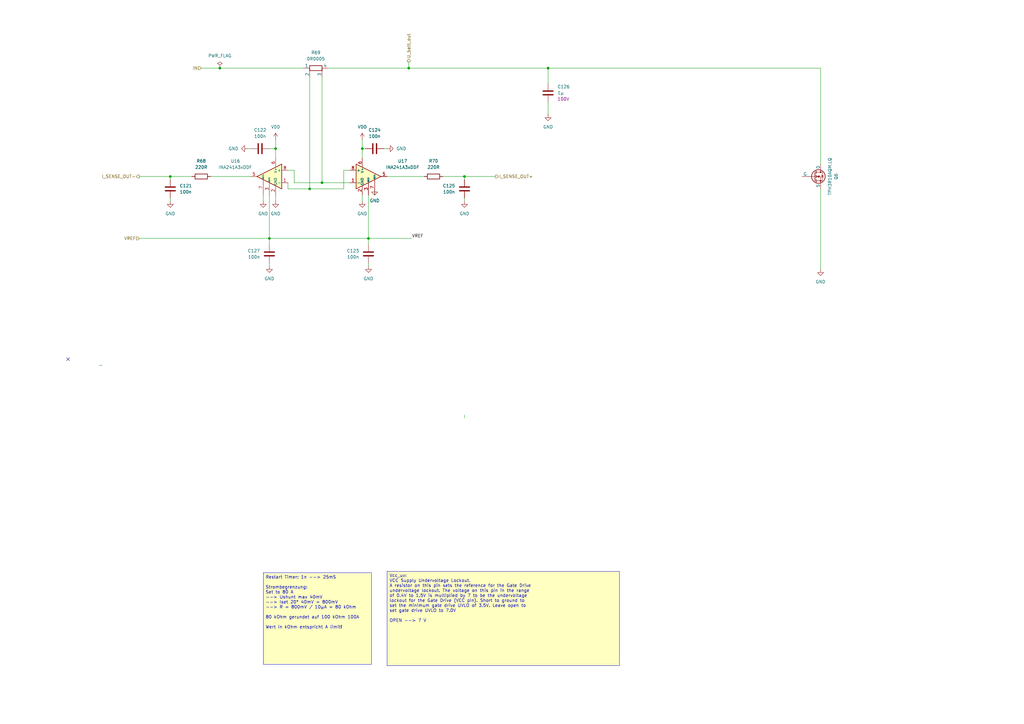
<source format=kicad_sch>
(kicad_sch
	(version 20231120)
	(generator "eeschema")
	(generator_version "8.0")
	(uuid "8e4312e8-5caa-4456-a6ff-d2fb5d357eec")
	(paper "A3")
	(lib_symbols
		(symbol "Amplifier_Current:INA241A2xDDF"
			(pin_names
				(offset 0.127)
			)
			(exclude_from_sim no)
			(in_bom yes)
			(on_board yes)
			(property "Reference" "U"
				(at 3.81 3.81 0)
				(effects
					(font
						(size 1.27 1.27)
					)
					(justify left)
				)
			)
			(property "Value" "INA241A2xDDF"
				(at 3.81 -2.54 0)
				(effects
					(font
						(size 1.27 1.27)
					)
					(justify left)
				)
			)
			(property "Footprint" "Package_TO_SOT_SMD:SOT-23-8"
				(at 0 -16.51 0)
				(effects
					(font
						(size 1.27 1.27)
					)
					(hide yes)
				)
			)
			(property "Datasheet" "https://www.ti.com/lit/ds/symlink/ina241b.pdf"
				(at 3.81 3.81 0)
				(effects
					(font
						(size 1.27 1.27)
					)
					(hide yes)
				)
			)
			(property "Description" "High- and Low-Side, Bidirectional, Zero-Drift, Current-Sense Amplifier With Enhanced PWM Rejection, 20V/V, ±0.01% Gain Accuracy, ±10 μV Offset Voltage, SOT-23-8"
				(at 0 0 0)
				(effects
					(font
						(size 1.27 1.27)
					)
					(hide yes)
				)
			)
			(property "ki_keywords" "current monitor shunt sensor bidirectional high low"
				(at 0 0 0)
				(effects
					(font
						(size 1.27 1.27)
					)
					(hide yes)
				)
			)
			(property "ki_fp_filters" "SOT?23*"
				(at 0 0 0)
				(effects
					(font
						(size 1.27 1.27)
					)
					(hide yes)
				)
			)
			(symbol "INA241A2xDDF_0_1"
				(polyline
					(pts
						(xy 5.08 0) (xy -5.08 5.08) (xy -5.08 -5.08) (xy 5.08 0)
					)
					(stroke
						(width 0.254)
						(type default)
					)
					(fill
						(type background)
					)
				)
			)
			(symbol "INA241A2xDDF_1_1"
				(pin input line
					(at -7.62 -2.54 0)
					(length 2.54)
					(name "-"
						(effects
							(font
								(size 1.27 1.27)
							)
						)
					)
					(number "1"
						(effects
							(font
								(size 1.27 1.27)
							)
						)
					)
				)
				(pin power_in line
					(at -2.54 -7.62 90)
					(length 3.81)
					(name "GND"
						(effects
							(font
								(size 1.016 1.016)
							)
						)
					)
					(number "2"
						(effects
							(font
								(size 1.27 1.27)
							)
						)
					)
				)
				(pin passive line
					(at 0 -7.62 90)
					(length 5.08)
					(name "REF2"
						(effects
							(font
								(size 0.508 0.508)
							)
						)
					)
					(number "3"
						(effects
							(font
								(size 1.27 1.27)
							)
						)
					)
				)
				(pin passive line
					(at -2.54 -7.62 90)
					(length 3.81) hide
					(name "GND"
						(effects
							(font
								(size 1.016 1.016)
							)
						)
					)
					(number "4"
						(effects
							(font
								(size 1.27 1.27)
							)
						)
					)
				)
				(pin output line
					(at 7.62 0 180)
					(length 2.54)
					(name "~"
						(effects
							(font
								(size 1.27 1.27)
							)
						)
					)
					(number "5"
						(effects
							(font
								(size 1.27 1.27)
							)
						)
					)
				)
				(pin power_in line
					(at -2.54 7.62 270)
					(length 3.81)
					(name "V+"
						(effects
							(font
								(size 1.016 1.016)
							)
						)
					)
					(number "6"
						(effects
							(font
								(size 1.27 1.27)
							)
						)
					)
				)
				(pin passive line
					(at 2.54 -7.62 90)
					(length 6.35)
					(name "REF1"
						(effects
							(font
								(size 0.508 0.508)
							)
						)
					)
					(number "7"
						(effects
							(font
								(size 1.27 1.27)
							)
						)
					)
				)
				(pin input line
					(at -7.62 2.54 0)
					(length 2.54)
					(name "+"
						(effects
							(font
								(size 1.27 1.27)
							)
						)
					)
					(number "8"
						(effects
							(font
								(size 1.27 1.27)
							)
						)
					)
				)
			)
		)
		(symbol "Device:C"
			(pin_numbers hide)
			(pin_names
				(offset 0.254)
			)
			(exclude_from_sim no)
			(in_bom yes)
			(on_board yes)
			(property "Reference" "C"
				(at 0.635 2.54 0)
				(effects
					(font
						(size 1.27 1.27)
					)
					(justify left)
				)
			)
			(property "Value" "C"
				(at 0.635 -2.54 0)
				(effects
					(font
						(size 1.27 1.27)
					)
					(justify left)
				)
			)
			(property "Footprint" ""
				(at 0.9652 -3.81 0)
				(effects
					(font
						(size 1.27 1.27)
					)
					(hide yes)
				)
			)
			(property "Datasheet" "~"
				(at 0 0 0)
				(effects
					(font
						(size 1.27 1.27)
					)
					(hide yes)
				)
			)
			(property "Description" "Unpolarized capacitor"
				(at 0 0 0)
				(effects
					(font
						(size 1.27 1.27)
					)
					(hide yes)
				)
			)
			(property "ki_keywords" "cap capacitor"
				(at 0 0 0)
				(effects
					(font
						(size 1.27 1.27)
					)
					(hide yes)
				)
			)
			(property "ki_fp_filters" "C_*"
				(at 0 0 0)
				(effects
					(font
						(size 1.27 1.27)
					)
					(hide yes)
				)
			)
			(symbol "C_0_1"
				(polyline
					(pts
						(xy -2.032 -0.762) (xy 2.032 -0.762)
					)
					(stroke
						(width 0.508)
						(type default)
					)
					(fill
						(type none)
					)
				)
				(polyline
					(pts
						(xy -2.032 0.762) (xy 2.032 0.762)
					)
					(stroke
						(width 0.508)
						(type default)
					)
					(fill
						(type none)
					)
				)
			)
			(symbol "C_1_1"
				(pin passive line
					(at 0 3.81 270)
					(length 2.794)
					(name "~"
						(effects
							(font
								(size 1.27 1.27)
							)
						)
					)
					(number "1"
						(effects
							(font
								(size 1.27 1.27)
							)
						)
					)
				)
				(pin passive line
					(at 0 -3.81 90)
					(length 2.794)
					(name "~"
						(effects
							(font
								(size 1.27 1.27)
							)
						)
					)
					(number "2"
						(effects
							(font
								(size 1.27 1.27)
							)
						)
					)
				)
			)
		)
		(symbol "Device:R"
			(pin_numbers hide)
			(pin_names
				(offset 0)
			)
			(exclude_from_sim no)
			(in_bom yes)
			(on_board yes)
			(property "Reference" "R"
				(at 2.032 0 90)
				(effects
					(font
						(size 1.27 1.27)
					)
				)
			)
			(property "Value" "R"
				(at 0 0 90)
				(effects
					(font
						(size 1.27 1.27)
					)
				)
			)
			(property "Footprint" ""
				(at -1.778 0 90)
				(effects
					(font
						(size 1.27 1.27)
					)
					(hide yes)
				)
			)
			(property "Datasheet" "~"
				(at 0 0 0)
				(effects
					(font
						(size 1.27 1.27)
					)
					(hide yes)
				)
			)
			(property "Description" "Resistor"
				(at 0 0 0)
				(effects
					(font
						(size 1.27 1.27)
					)
					(hide yes)
				)
			)
			(property "ki_keywords" "R res resistor"
				(at 0 0 0)
				(effects
					(font
						(size 1.27 1.27)
					)
					(hide yes)
				)
			)
			(property "ki_fp_filters" "R_*"
				(at 0 0 0)
				(effects
					(font
						(size 1.27 1.27)
					)
					(hide yes)
				)
			)
			(symbol "R_0_1"
				(rectangle
					(start -1.016 -2.54)
					(end 1.016 2.54)
					(stroke
						(width 0.254)
						(type default)
					)
					(fill
						(type none)
					)
				)
			)
			(symbol "R_1_1"
				(pin passive line
					(at 0 3.81 270)
					(length 1.27)
					(name "~"
						(effects
							(font
								(size 1.27 1.27)
							)
						)
					)
					(number "1"
						(effects
							(font
								(size 1.27 1.27)
							)
						)
					)
				)
				(pin passive line
					(at 0 -3.81 90)
					(length 1.27)
					(name "~"
						(effects
							(font
								(size 1.27 1.27)
							)
						)
					)
					(number "2"
						(effects
							(font
								(size 1.27 1.27)
							)
						)
					)
				)
			)
		)
		(symbol "Device:R_Shunt"
			(pin_numbers hide)
			(pin_names
				(offset 0)
			)
			(exclude_from_sim no)
			(in_bom yes)
			(on_board yes)
			(property "Reference" "R"
				(at -4.445 0 90)
				(effects
					(font
						(size 1.27 1.27)
					)
				)
			)
			(property "Value" "R_Shunt"
				(at -2.54 0 90)
				(effects
					(font
						(size 1.27 1.27)
					)
				)
			)
			(property "Footprint" ""
				(at -1.778 0 90)
				(effects
					(font
						(size 1.27 1.27)
					)
					(hide yes)
				)
			)
			(property "Datasheet" "~"
				(at 0 0 0)
				(effects
					(font
						(size 1.27 1.27)
					)
					(hide yes)
				)
			)
			(property "Description" "Shunt resistor"
				(at 0 0 0)
				(effects
					(font
						(size 1.27 1.27)
					)
					(hide yes)
				)
			)
			(property "ki_keywords" "R res shunt resistor"
				(at 0 0 0)
				(effects
					(font
						(size 1.27 1.27)
					)
					(hide yes)
				)
			)
			(property "ki_fp_filters" "R_*Shunt*"
				(at 0 0 0)
				(effects
					(font
						(size 1.27 1.27)
					)
					(hide yes)
				)
			)
			(symbol "R_Shunt_0_1"
				(rectangle
					(start -1.016 -2.54)
					(end 1.016 2.54)
					(stroke
						(width 0.254)
						(type default)
					)
					(fill
						(type none)
					)
				)
				(polyline
					(pts
						(xy 0 -2.54) (xy 1.27 -2.54)
					)
					(stroke
						(width 0)
						(type default)
					)
					(fill
						(type none)
					)
				)
				(polyline
					(pts
						(xy 1.27 2.54) (xy 0 2.54)
					)
					(stroke
						(width 0)
						(type default)
					)
					(fill
						(type none)
					)
				)
			)
			(symbol "R_Shunt_1_1"
				(pin passive line
					(at 0 5.08 270)
					(length 2.54)
					(name "1"
						(effects
							(font
								(size 1.27 1.27)
							)
						)
					)
					(number "1"
						(effects
							(font
								(size 1.27 1.27)
							)
						)
					)
				)
				(pin passive line
					(at 3.81 2.54 180)
					(length 2.54)
					(name "2"
						(effects
							(font
								(size 1.27 1.27)
							)
						)
					)
					(number "2"
						(effects
							(font
								(size 1.27 1.27)
							)
						)
					)
				)
				(pin passive line
					(at 3.81 -2.54 180)
					(length 2.54)
					(name "3"
						(effects
							(font
								(size 1.27 1.27)
							)
						)
					)
					(number "3"
						(effects
							(font
								(size 1.27 1.27)
							)
						)
					)
				)
				(pin passive line
					(at 0 -5.08 90)
					(length 2.54)
					(name "4"
						(effects
							(font
								(size 1.27 1.27)
							)
						)
					)
					(number "4"
						(effects
							(font
								(size 1.27 1.27)
							)
						)
					)
				)
			)
		)
		(symbol "Simulation_SPICE:NMOS"
			(pin_numbers hide)
			(pin_names
				(offset 0)
			)
			(exclude_from_sim no)
			(in_bom yes)
			(on_board yes)
			(property "Reference" "Q"
				(at 5.08 1.27 0)
				(effects
					(font
						(size 1.27 1.27)
					)
					(justify left)
				)
			)
			(property "Value" "NMOS"
				(at 5.08 -1.27 0)
				(effects
					(font
						(size 1.27 1.27)
					)
					(justify left)
				)
			)
			(property "Footprint" ""
				(at 5.08 2.54 0)
				(effects
					(font
						(size 1.27 1.27)
					)
					(hide yes)
				)
			)
			(property "Datasheet" "https://ngspice.sourceforge.io/docs/ngspice-html-manual/manual.xhtml#cha_MOSFETs"
				(at 0 -12.7 0)
				(effects
					(font
						(size 1.27 1.27)
					)
					(hide yes)
				)
			)
			(property "Description" "N-MOSFET transistor, drain/source/gate"
				(at 0 0 0)
				(effects
					(font
						(size 1.27 1.27)
					)
					(hide yes)
				)
			)
			(property "Sim.Device" "NMOS"
				(at 0 -17.145 0)
				(effects
					(font
						(size 1.27 1.27)
					)
					(hide yes)
				)
			)
			(property "Sim.Type" "VDMOS"
				(at 0 -19.05 0)
				(effects
					(font
						(size 1.27 1.27)
					)
					(hide yes)
				)
			)
			(property "Sim.Pins" "1=D 2=G 3=S"
				(at 0 -15.24 0)
				(effects
					(font
						(size 1.27 1.27)
					)
					(hide yes)
				)
			)
			(property "ki_keywords" "transistor NMOS N-MOS N-MOSFET simulation"
				(at 0 0 0)
				(effects
					(font
						(size 1.27 1.27)
					)
					(hide yes)
				)
			)
			(symbol "NMOS_0_1"
				(polyline
					(pts
						(xy 0.254 0) (xy -2.54 0)
					)
					(stroke
						(width 0)
						(type default)
					)
					(fill
						(type none)
					)
				)
				(polyline
					(pts
						(xy 0.254 1.905) (xy 0.254 -1.905)
					)
					(stroke
						(width 0.254)
						(type default)
					)
					(fill
						(type none)
					)
				)
				(polyline
					(pts
						(xy 0.762 -1.27) (xy 0.762 -2.286)
					)
					(stroke
						(width 0.254)
						(type default)
					)
					(fill
						(type none)
					)
				)
				(polyline
					(pts
						(xy 0.762 0.508) (xy 0.762 -0.508)
					)
					(stroke
						(width 0.254)
						(type default)
					)
					(fill
						(type none)
					)
				)
				(polyline
					(pts
						(xy 0.762 2.286) (xy 0.762 1.27)
					)
					(stroke
						(width 0.254)
						(type default)
					)
					(fill
						(type none)
					)
				)
				(polyline
					(pts
						(xy 2.54 2.54) (xy 2.54 1.778)
					)
					(stroke
						(width 0)
						(type default)
					)
					(fill
						(type none)
					)
				)
				(polyline
					(pts
						(xy 2.54 -2.54) (xy 2.54 0) (xy 0.762 0)
					)
					(stroke
						(width 0)
						(type default)
					)
					(fill
						(type none)
					)
				)
				(polyline
					(pts
						(xy 0.762 -1.778) (xy 3.302 -1.778) (xy 3.302 1.778) (xy 0.762 1.778)
					)
					(stroke
						(width 0)
						(type default)
					)
					(fill
						(type none)
					)
				)
				(polyline
					(pts
						(xy 1.016 0) (xy 2.032 0.381) (xy 2.032 -0.381) (xy 1.016 0)
					)
					(stroke
						(width 0)
						(type default)
					)
					(fill
						(type outline)
					)
				)
				(polyline
					(pts
						(xy 2.794 0.508) (xy 2.921 0.381) (xy 3.683 0.381) (xy 3.81 0.254)
					)
					(stroke
						(width 0)
						(type default)
					)
					(fill
						(type none)
					)
				)
				(polyline
					(pts
						(xy 3.302 0.381) (xy 2.921 -0.254) (xy 3.683 -0.254) (xy 3.302 0.381)
					)
					(stroke
						(width 0)
						(type default)
					)
					(fill
						(type none)
					)
				)
				(circle
					(center 1.651 0)
					(radius 2.794)
					(stroke
						(width 0.254)
						(type default)
					)
					(fill
						(type none)
					)
				)
				(circle
					(center 2.54 -1.778)
					(radius 0.254)
					(stroke
						(width 0)
						(type default)
					)
					(fill
						(type outline)
					)
				)
				(circle
					(center 2.54 1.778)
					(radius 0.254)
					(stroke
						(width 0)
						(type default)
					)
					(fill
						(type outline)
					)
				)
			)
			(symbol "NMOS_1_1"
				(pin passive line
					(at 2.54 5.08 270)
					(length 2.54)
					(name "D"
						(effects
							(font
								(size 1.27 1.27)
							)
						)
					)
					(number "1"
						(effects
							(font
								(size 1.27 1.27)
							)
						)
					)
				)
				(pin input line
					(at -5.08 0 0)
					(length 2.54)
					(name "G"
						(effects
							(font
								(size 1.27 1.27)
							)
						)
					)
					(number "2"
						(effects
							(font
								(size 1.27 1.27)
							)
						)
					)
				)
				(pin passive line
					(at 2.54 -5.08 90)
					(length 2.54)
					(name "S"
						(effects
							(font
								(size 1.27 1.27)
							)
						)
					)
					(number "3"
						(effects
							(font
								(size 1.27 1.27)
							)
						)
					)
				)
			)
		)
		(symbol "power:GND"
			(power)
			(pin_numbers hide)
			(pin_names
				(offset 0) hide)
			(exclude_from_sim no)
			(in_bom yes)
			(on_board yes)
			(property "Reference" "#PWR"
				(at 0 -6.35 0)
				(effects
					(font
						(size 1.27 1.27)
					)
					(hide yes)
				)
			)
			(property "Value" "GND"
				(at 0 -3.81 0)
				(effects
					(font
						(size 1.27 1.27)
					)
				)
			)
			(property "Footprint" ""
				(at 0 0 0)
				(effects
					(font
						(size 1.27 1.27)
					)
					(hide yes)
				)
			)
			(property "Datasheet" ""
				(at 0 0 0)
				(effects
					(font
						(size 1.27 1.27)
					)
					(hide yes)
				)
			)
			(property "Description" "Power symbol creates a global label with name \"GND\" , ground"
				(at 0 0 0)
				(effects
					(font
						(size 1.27 1.27)
					)
					(hide yes)
				)
			)
			(property "ki_keywords" "global power"
				(at 0 0 0)
				(effects
					(font
						(size 1.27 1.27)
					)
					(hide yes)
				)
			)
			(symbol "GND_0_1"
				(polyline
					(pts
						(xy 0 0) (xy 0 -1.27) (xy 1.27 -1.27) (xy 0 -2.54) (xy -1.27 -1.27) (xy 0 -1.27)
					)
					(stroke
						(width 0)
						(type default)
					)
					(fill
						(type none)
					)
				)
			)
			(symbol "GND_1_1"
				(pin power_in line
					(at 0 0 270)
					(length 0)
					(name "~"
						(effects
							(font
								(size 1.27 1.27)
							)
						)
					)
					(number "1"
						(effects
							(font
								(size 1.27 1.27)
							)
						)
					)
				)
			)
		)
		(symbol "power:PWR_FLAG"
			(power)
			(pin_numbers hide)
			(pin_names
				(offset 0) hide)
			(exclude_from_sim no)
			(in_bom yes)
			(on_board yes)
			(property "Reference" "#FLG"
				(at 0 1.905 0)
				(effects
					(font
						(size 1.27 1.27)
					)
					(hide yes)
				)
			)
			(property "Value" "PWR_FLAG"
				(at 0 3.81 0)
				(effects
					(font
						(size 1.27 1.27)
					)
				)
			)
			(property "Footprint" ""
				(at 0 0 0)
				(effects
					(font
						(size 1.27 1.27)
					)
					(hide yes)
				)
			)
			(property "Datasheet" "~"
				(at 0 0 0)
				(effects
					(font
						(size 1.27 1.27)
					)
					(hide yes)
				)
			)
			(property "Description" "Special symbol for telling ERC where power comes from"
				(at 0 0 0)
				(effects
					(font
						(size 1.27 1.27)
					)
					(hide yes)
				)
			)
			(property "ki_keywords" "flag power"
				(at 0 0 0)
				(effects
					(font
						(size 1.27 1.27)
					)
					(hide yes)
				)
			)
			(symbol "PWR_FLAG_0_0"
				(pin power_out line
					(at 0 0 90)
					(length 0)
					(name "~"
						(effects
							(font
								(size 1.27 1.27)
							)
						)
					)
					(number "1"
						(effects
							(font
								(size 1.27 1.27)
							)
						)
					)
				)
			)
			(symbol "PWR_FLAG_0_1"
				(polyline
					(pts
						(xy 0 0) (xy 0 1.27) (xy -1.016 1.905) (xy 0 2.54) (xy 1.016 1.905) (xy 0 1.27)
					)
					(stroke
						(width 0)
						(type default)
					)
					(fill
						(type none)
					)
				)
			)
		)
		(symbol "power:VDD"
			(power)
			(pin_numbers hide)
			(pin_names
				(offset 0) hide)
			(exclude_from_sim no)
			(in_bom yes)
			(on_board yes)
			(property "Reference" "#PWR"
				(at 0 -3.81 0)
				(effects
					(font
						(size 1.27 1.27)
					)
					(hide yes)
				)
			)
			(property "Value" "VDD"
				(at 0 3.556 0)
				(effects
					(font
						(size 1.27 1.27)
					)
				)
			)
			(property "Footprint" ""
				(at 0 0 0)
				(effects
					(font
						(size 1.27 1.27)
					)
					(hide yes)
				)
			)
			(property "Datasheet" ""
				(at 0 0 0)
				(effects
					(font
						(size 1.27 1.27)
					)
					(hide yes)
				)
			)
			(property "Description" "Power symbol creates a global label with name \"VDD\""
				(at 0 0 0)
				(effects
					(font
						(size 1.27 1.27)
					)
					(hide yes)
				)
			)
			(property "ki_keywords" "global power"
				(at 0 0 0)
				(effects
					(font
						(size 1.27 1.27)
					)
					(hide yes)
				)
			)
			(symbol "VDD_0_1"
				(polyline
					(pts
						(xy -0.762 1.27) (xy 0 2.54)
					)
					(stroke
						(width 0)
						(type default)
					)
					(fill
						(type none)
					)
				)
				(polyline
					(pts
						(xy 0 0) (xy 0 2.54)
					)
					(stroke
						(width 0)
						(type default)
					)
					(fill
						(type none)
					)
				)
				(polyline
					(pts
						(xy 0 2.54) (xy 0.762 1.27)
					)
					(stroke
						(width 0)
						(type default)
					)
					(fill
						(type none)
					)
				)
			)
			(symbol "VDD_1_1"
				(pin power_in line
					(at 0 0 90)
					(length 0)
					(name "~"
						(effects
							(font
								(size 1.27 1.27)
							)
						)
					)
					(number "1"
						(effects
							(font
								(size 1.27 1.27)
							)
						)
					)
				)
			)
		)
	)
	(junction
		(at 69.85 72.39)
		(diameter 0)
		(color 0 0 0 0)
		(uuid "105edc27-7cec-48eb-931d-a3ee94592234")
	)
	(junction
		(at 127 77.47)
		(diameter 0)
		(color 0 0 0 0)
		(uuid "30706f21-9d35-4058-b9f5-bc97ee6071a2")
	)
	(junction
		(at 224.79 27.94)
		(diameter 0)
		(color 0 0 0 0)
		(uuid "4d52aabf-d0c0-4aa2-9dad-4d03a29b7d6b")
	)
	(junction
		(at 113.03 60.96)
		(diameter 0)
		(color 0 0 0 0)
		(uuid "632f1ceb-0a53-45f7-b651-d73e36c5cc0f")
	)
	(junction
		(at 148.59 60.96)
		(diameter 0)
		(color 0 0 0 0)
		(uuid "6e41cf94-b1c2-4078-ad2a-9d35ba2f2835")
	)
	(junction
		(at 167.64 27.94)
		(diameter 0)
		(color 0 0 0 0)
		(uuid "71c2fe84-f9a3-4a10-af24-7506970d5844")
	)
	(junction
		(at 132.08 74.93)
		(diameter 0)
		(color 0 0 0 0)
		(uuid "7783f23c-6ea2-4d97-976d-70fc26a69994")
	)
	(junction
		(at 190.5 72.39)
		(diameter 0)
		(color 0 0 0 0)
		(uuid "8c830fe0-333b-4b22-add1-4fc26b8ff062")
	)
	(junction
		(at 151.13 97.79)
		(diameter 0)
		(color 0 0 0 0)
		(uuid "95594dde-97c3-4913-8005-48cc0a98de36")
	)
	(junction
		(at 90.17 27.94)
		(diameter 0)
		(color 0 0 0 0)
		(uuid "a0539d44-d99b-43e6-98d1-22991e7aeedd")
	)
	(junction
		(at 110.49 97.79)
		(diameter 0)
		(color 0 0 0 0)
		(uuid "b1b36431-b857-48d3-8965-dc47c63c348e")
	)
	(no_connect
		(at 27.94 147.32)
		(uuid "243416cf-14ca-4ece-9664-feb4b4944067")
	)
	(wire
		(pts
			(xy 151.13 107.95) (xy 151.13 109.22)
		)
		(stroke
			(width 0)
			(type default)
		)
		(uuid "05156bf2-fcf0-4515-bdca-e24053eecc3b")
	)
	(wire
		(pts
			(xy 69.85 72.39) (xy 57.15 72.39)
		)
		(stroke
			(width 0)
			(type default)
		)
		(uuid "064683ec-4dd7-4ad9-be6e-32c6508aa2dc")
	)
	(wire
		(pts
			(xy 102.87 60.96) (xy 101.6 60.96)
		)
		(stroke
			(width 0)
			(type default)
		)
		(uuid "0874de4e-af57-4102-aff2-f58913acc0e3")
	)
	(wire
		(pts
			(xy 86.36 72.39) (xy 102.87 72.39)
		)
		(stroke
			(width 0)
			(type default)
		)
		(uuid "088d37a2-24a8-4527-843d-60e01f7c1e7f")
	)
	(wire
		(pts
			(xy 110.49 97.79) (xy 151.13 97.79)
		)
		(stroke
			(width 0)
			(type default)
		)
		(uuid "0c1449ec-e5b0-4012-8754-967205ad493e")
	)
	(wire
		(pts
			(xy 336.55 77.47) (xy 336.55 110.49)
		)
		(stroke
			(width 0)
			(type default)
		)
		(uuid "103ace02-6d7e-45f5-8345-98ab92b5e4e6")
	)
	(wire
		(pts
			(xy 148.59 57.15) (xy 148.59 60.96)
		)
		(stroke
			(width 0)
			(type default)
		)
		(uuid "11e3e030-1394-4541-9e21-1eab51665629")
	)
	(wire
		(pts
			(xy 153.67 80.01) (xy 153.67 77.47)
		)
		(stroke
			(width 0)
			(type default)
		)
		(uuid "1bf2f099-ad60-4c2a-b813-02f058c6006f")
	)
	(wire
		(pts
			(xy 113.03 60.96) (xy 113.03 64.77)
		)
		(stroke
			(width 0)
			(type default)
		)
		(uuid "1cb5e149-a50d-401d-844d-33b8f36ee865")
	)
	(wire
		(pts
			(xy 167.64 25.4) (xy 167.64 27.94)
		)
		(stroke
			(width 0)
			(type default)
		)
		(uuid "1d06120b-cf6d-4a5a-b1cb-0b30e14d3b02")
	)
	(wire
		(pts
			(xy 151.13 97.79) (xy 168.91 97.79)
		)
		(stroke
			(width 0)
			(type default)
		)
		(uuid "20c6e22f-5949-45ba-a0a7-3cfddb7ea827")
	)
	(wire
		(pts
			(xy 132.08 31.75) (xy 132.08 74.93)
		)
		(stroke
			(width 0)
			(type default)
		)
		(uuid "2101ebe6-a9d7-48e0-9d72-efa49867b619")
	)
	(wire
		(pts
			(xy 90.17 27.94) (xy 124.46 27.94)
		)
		(stroke
			(width 0)
			(type default)
		)
		(uuid "23267c08-8f9b-4fae-b268-de15a508d0a3")
	)
	(wire
		(pts
			(xy 143.51 74.93) (xy 132.08 74.93)
		)
		(stroke
			(width 0)
			(type default)
		)
		(uuid "26508e13-a504-4471-b611-e527e42f9324")
	)
	(wire
		(pts
			(xy 148.59 80.01) (xy 148.59 82.55)
		)
		(stroke
			(width 0)
			(type default)
		)
		(uuid "2885e6eb-8d74-4c5c-b281-e218e28f388e")
	)
	(wire
		(pts
			(xy 190.5 72.39) (xy 190.5 73.66)
		)
		(stroke
			(width 0)
			(type default)
		)
		(uuid "2c7ee18f-de76-46ea-ac60-78168df5fdbb")
	)
	(wire
		(pts
			(xy 118.11 74.93) (xy 118.11 77.47)
		)
		(stroke
			(width 0)
			(type default)
		)
		(uuid "2f74c68f-e935-486c-bf77-13ee9b186e22")
	)
	(wire
		(pts
			(xy 190.5 72.39) (xy 203.2 72.39)
		)
		(stroke
			(width 0)
			(type default)
		)
		(uuid "3068ebdd-e9fe-4be7-bf55-facd00374414")
	)
	(wire
		(pts
			(xy 148.59 60.96) (xy 148.59 64.77)
		)
		(stroke
			(width 0)
			(type default)
		)
		(uuid "38af7768-67c2-441f-b44d-c638a4ac59fb")
	)
	(wire
		(pts
			(xy 134.62 27.94) (xy 167.64 27.94)
		)
		(stroke
			(width 0)
			(type default)
		)
		(uuid "39d96ab3-b0cb-4736-8b4d-69db7bb52826")
	)
	(wire
		(pts
			(xy 57.15 97.79) (xy 110.49 97.79)
		)
		(stroke
			(width 0)
			(type default)
		)
		(uuid "3ac7eef0-3f69-448e-9df5-a048c1ab11fa")
	)
	(wire
		(pts
			(xy 224.79 27.94) (xy 224.79 34.29)
		)
		(stroke
			(width 0)
			(type default)
		)
		(uuid "445a7589-b2f6-4648-8f4f-5fdfc29dd23e")
	)
	(wire
		(pts
			(xy 107.95 80.01) (xy 107.95 82.55)
		)
		(stroke
			(width 0)
			(type default)
		)
		(uuid "49e5edb6-ab4b-46d0-83f1-7f2ffc54bdcb")
	)
	(wire
		(pts
			(xy 82.55 27.94) (xy 90.17 27.94)
		)
		(stroke
			(width 0)
			(type default)
		)
		(uuid "4b4098ba-4e95-4e83-b41b-8600bcf1bfcf")
	)
	(wire
		(pts
			(xy 140.97 69.85) (xy 140.97 77.47)
		)
		(stroke
			(width 0)
			(type default)
		)
		(uuid "55d3ddf3-09e2-42c6-9fab-1316144a0abd")
	)
	(wire
		(pts
			(xy 113.03 60.96) (xy 110.49 60.96)
		)
		(stroke
			(width 0)
			(type default)
		)
		(uuid "56fb0cd3-5548-4a52-9846-52ee93682123")
	)
	(wire
		(pts
			(xy 190.5 170.18) (xy 190.5 171.45)
		)
		(stroke
			(width 0)
			(type default)
		)
		(uuid "5a1e6ada-3c1c-4880-9cab-add131f67608")
	)
	(wire
		(pts
			(xy 118.11 77.47) (xy 127 77.47)
		)
		(stroke
			(width 0)
			(type default)
		)
		(uuid "6232fb7e-2966-4005-9c44-0f3967e1fed3")
	)
	(wire
		(pts
			(xy 120.65 74.93) (xy 132.08 74.93)
		)
		(stroke
			(width 0)
			(type default)
		)
		(uuid "68851b72-506a-4f7f-903b-12f171f96b0d")
	)
	(wire
		(pts
			(xy 120.65 69.85) (xy 118.11 69.85)
		)
		(stroke
			(width 0)
			(type default)
		)
		(uuid "6f659b57-952d-4d20-b83f-216b822176c2")
	)
	(wire
		(pts
			(xy 151.13 80.01) (xy 151.13 97.79)
		)
		(stroke
			(width 0)
			(type default)
		)
		(uuid "70ed1fe1-a432-4a27-990a-08f615876a51")
	)
	(wire
		(pts
			(xy 40.64 149.86) (xy 41.91 149.86)
		)
		(stroke
			(width 0)
			(type default)
		)
		(uuid "73f5a761-f69c-4caa-9fc0-1d6437aa968d")
	)
	(wire
		(pts
			(xy 151.13 97.79) (xy 151.13 100.33)
		)
		(stroke
			(width 0)
			(type default)
		)
		(uuid "740ac426-18ce-467f-97e8-322de12fd57a")
	)
	(wire
		(pts
			(xy 167.64 27.94) (xy 224.79 27.94)
		)
		(stroke
			(width 0)
			(type default)
		)
		(uuid "74ffa3f4-87f1-4444-9aa3-f15a332b6016")
	)
	(wire
		(pts
			(xy 158.75 60.96) (xy 157.48 60.96)
		)
		(stroke
			(width 0)
			(type default)
		)
		(uuid "8204d0e2-d6a6-432e-93d4-6cb4865e22b7")
	)
	(wire
		(pts
			(xy 120.65 69.85) (xy 120.65 74.93)
		)
		(stroke
			(width 0)
			(type default)
		)
		(uuid "8b12e282-607e-427c-9506-c732ea222f32")
	)
	(wire
		(pts
			(xy 110.49 80.01) (xy 110.49 97.79)
		)
		(stroke
			(width 0)
			(type default)
		)
		(uuid "8cadb326-2ff4-43df-8c9f-cd315cf57fc7")
	)
	(wire
		(pts
			(xy 190.5 81.28) (xy 190.5 82.55)
		)
		(stroke
			(width 0)
			(type default)
		)
		(uuid "937998ec-3394-4661-b7c0-3139085c498b")
	)
	(wire
		(pts
			(xy 127 77.47) (xy 140.97 77.47)
		)
		(stroke
			(width 0)
			(type default)
		)
		(uuid "9384fbe0-809d-4d0a-a970-485a3186599e")
	)
	(wire
		(pts
			(xy 110.49 107.95) (xy 110.49 109.22)
		)
		(stroke
			(width 0)
			(type default)
		)
		(uuid "9a484875-79f4-4e2f-946e-a2f0bad688cb")
	)
	(wire
		(pts
			(xy 224.79 41.91) (xy 224.79 46.99)
		)
		(stroke
			(width 0)
			(type default)
		)
		(uuid "9be182f8-ec11-437b-aefd-b2373b9ed5ab")
	)
	(wire
		(pts
			(xy 224.79 27.94) (xy 336.55 27.94)
		)
		(stroke
			(width 0)
			(type default)
		)
		(uuid "a3f67a07-2e10-47d4-a068-0aeb8e59f7bf")
	)
	(wire
		(pts
			(xy 110.49 97.79) (xy 110.49 100.33)
		)
		(stroke
			(width 0)
			(type default)
		)
		(uuid "afb3776c-6394-46bf-81fe-dd609c5f968f")
	)
	(wire
		(pts
			(xy 113.03 80.01) (xy 113.03 82.55)
		)
		(stroke
			(width 0)
			(type default)
		)
		(uuid "b43cfe9f-0a6a-4d12-8148-2c496c134760")
	)
	(wire
		(pts
			(xy 113.03 57.15) (xy 113.03 60.96)
		)
		(stroke
			(width 0)
			(type default)
		)
		(uuid "b4a77a98-0119-44ec-a29d-a286a82af271")
	)
	(wire
		(pts
			(xy 336.55 27.94) (xy 336.55 67.31)
		)
		(stroke
			(width 0)
			(type default)
		)
		(uuid "baf4daaa-0f89-4b93-8d76-fc90fd5d1eff")
	)
	(wire
		(pts
			(xy 181.61 72.39) (xy 190.5 72.39)
		)
		(stroke
			(width 0)
			(type default)
		)
		(uuid "bf0f4425-5429-4855-bdff-01ef04247379")
	)
	(wire
		(pts
			(xy 149.86 60.96) (xy 148.59 60.96)
		)
		(stroke
			(width 0)
			(type default)
		)
		(uuid "c8457100-c5a7-4cee-9b6a-a76b10fea226")
	)
	(wire
		(pts
			(xy 158.75 72.39) (xy 173.99 72.39)
		)
		(stroke
			(width 0)
			(type default)
		)
		(uuid "ddbbcd76-8254-45a8-83bb-6caca0345663")
	)
	(wire
		(pts
			(xy 78.74 72.39) (xy 69.85 72.39)
		)
		(stroke
			(width 0)
			(type default)
		)
		(uuid "e1afe4a9-4a37-4d47-9d69-584970a10191")
	)
	(wire
		(pts
			(xy 143.51 69.85) (xy 140.97 69.85)
		)
		(stroke
			(width 0)
			(type default)
		)
		(uuid "ead82e53-3add-4256-8045-0eb094fd0985")
	)
	(wire
		(pts
			(xy 69.85 81.28) (xy 69.85 82.55)
		)
		(stroke
			(width 0)
			(type default)
		)
		(uuid "f2c69953-b19a-4226-8ad7-b794479ce87c")
	)
	(wire
		(pts
			(xy 69.85 72.39) (xy 69.85 73.66)
		)
		(stroke
			(width 0)
			(type default)
		)
		(uuid "f5a36d8c-82dd-455a-afad-8d59163fa6fe")
	)
	(wire
		(pts
			(xy 127 31.75) (xy 127 77.47)
		)
		(stroke
			(width 0)
			(type default)
		)
		(uuid "feee7bc1-59f0-4215-a5fd-c6925f78b550")
	)
	(text_box "Restart Timer: 1n --> 25mS\n\nStrombegrenzung:\nSet to 80 A\n--> Ushunt max 40mV\n--> Iset 20* 40mV = 800mV\n--> R = 800mV / 10µA = 80 kOhm\n\n80 kOhm gerundet auf 100 kOhm 100A\n\nWert in kOhm entspricht A limit!"
		(exclude_from_sim no)
		(at 107.95 234.95 0)
		(size 44.45 37.465)
		(stroke
			(width 0)
			(type default)
		)
		(fill
			(type color)
			(color 255 255 194 1)
		)
		(effects
			(font
				(size 1.27 1.27)
			)
			(justify left top)
		)
		(uuid "1500f7d1-cf39-4e6d-8a16-1777e38d0afd")
	)
	(text_box "Vcc_uv:\nVCC Supply Undervoltage Lockout.\nA resistor on this pin sets the reference for the Gate Drive\nundervoltage lockout. The voltage on this pin in the range\nof 0.4V to 1.5V is multiplied by 7 to be the undervoltage\nlockout for the Gate Drive (VCC pin). Short to ground to\nset the minimum gate drive UVLO of 3.5V. Leave open to\nset gate drive UVLO to 7.0V\n\nOPEN --> 7 V"
		(exclude_from_sim no)
		(at 158.75 234.315 0)
		(size 95.25 38.735)
		(stroke
			(width 0)
			(type default)
		)
		(fill
			(type color)
			(color 255 255 194 1)
		)
		(effects
			(font
				(size 1.27 1.27)
			)
			(justify left top)
		)
		(uuid "eb0c576c-93ad-4cb7-94fb-ddedd7edd34a")
	)
	(label "VREF"
		(at 168.91 97.79 0)
		(fields_autoplaced yes)
		(effects
			(font
				(size 1.27 1.27)
			)
			(justify left bottom)
		)
		(uuid "f716ef48-8a1e-41ba-b390-5e65ef7c9f87")
	)
	(hierarchical_label "VREF"
		(shape input)
		(at 57.15 97.79 180)
		(fields_autoplaced yes)
		(effects
			(font
				(size 1.27 1.27)
			)
			(justify right)
		)
		(uuid "1ce4e809-9eea-46cf-8c9b-38cc692148fe")
	)
	(hierarchical_label "I_SENSE_OUT-"
		(shape output)
		(at 57.15 72.39 180)
		(fields_autoplaced yes)
		(effects
			(font
				(size 1.27 1.27)
			)
			(justify right)
		)
		(uuid "330c50a0-e996-4ba0-960b-ed2c3222fb5c")
	)
	(hierarchical_label "I_SENSE_OUT+"
		(shape output)
		(at 203.2 72.39 0)
		(fields_autoplaced yes)
		(effects
			(font
				(size 1.27 1.27)
			)
			(justify left)
		)
		(uuid "93076b80-6682-4e3f-b776-29d05825eddd")
	)
	(hierarchical_label "IN"
		(shape input)
		(at 82.55 27.94 180)
		(fields_autoplaced yes)
		(effects
			(font
				(size 1.27 1.27)
			)
			(justify right)
		)
		(uuid "e5aaa715-e60b-43f5-a6af-25b9427c27df")
	)
	(hierarchical_label "U_batt_out"
		(shape output)
		(at 167.64 25.4 90)
		(fields_autoplaced yes)
		(effects
			(font
				(size 1.27 1.27)
			)
			(justify left)
		)
		(uuid "f25983a0-41b1-4ba9-bcdf-1748237196bb")
	)
	(symbol
		(lib_id "Simulation_SPICE:NMOS")
		(at 334.01 72.39 0)
		(unit 1)
		(exclude_from_sim no)
		(in_bom yes)
		(on_board yes)
		(dnp no)
		(fields_autoplaced yes)
		(uuid "08b2ab53-b600-41ea-b15f-748100f58f75")
		(property "Reference" "Q6"
			(at 342.9 72.39 90)
			(effects
				(font
					(size 1.27 1.27)
				)
			)
		)
		(property "Value" "TPH3R10AQM,LQ"
			(at 340.36 72.39 90)
			(effects
				(font
					(size 1.27 1.27)
				)
			)
		)
		(property "Footprint" "myMOSFET:SOP-8-1EP_4.57x4.57mm_P1.27mm_EP4.57x4.45mm_ThermalVias_mosfet"
			(at 339.09 69.85 0)
			(effects
				(font
					(size 1.27 1.27)
				)
				(hide yes)
			)
		)
		(property "Datasheet" "https://ngspice.sourceforge.io/docs/ngspice-html-manual/manual.xhtml#cha_MOSFETs"
			(at 334.01 85.09 0)
			(effects
				(font
					(size 1.27 1.27)
				)
				(hide yes)
			)
		)
		(property "Description" "TPH3R10AQM,LQ MOSFET N-CH 100V 3.1mohm SOP-Advance SMD"
			(at 334.01 72.39 0)
			(effects
				(font
					(size 1.27 1.27)
				)
				(hide yes)
			)
		)
		(property "Toleranz" ""
			(at 334.01 72.39 0)
			(effects
				(font
					(size 1.27 1.27)
				)
			)
		)
		(property "Voltage" ""
			(at 334.01 72.39 0)
			(effects
				(font
					(size 1.27 1.27)
				)
			)
		)
		(property "ECS Art#" "T170"
			(at 334.01 72.39 0)
			(effects
				(font
					(size 1.27 1.27)
				)
				(hide yes)
			)
		)
		(property "HAN" "TPH3R10AQM,LQ"
			(at 334.01 72.39 0)
			(effects
				(font
					(size 1.27 1.27)
				)
				(hide yes)
			)
		)
		(pin "1"
			(uuid "0ec2825f-1113-41b8-8ef7-2999070e047a")
		)
		(pin "3"
			(uuid "4c1944aa-5113-4b8b-a509-04e428be3436")
		)
		(pin "2"
			(uuid "f2fc7c58-49be-42d2-bea8-c8fb31c1b8b6")
		)
		(instances
			(project "power_board"
				(path "/2162bbef-6768-44bd-9de5-92e503eebcbe/4b6c7266-c0cb-483f-a141-05a0f62806ff"
					(reference "Q6")
					(unit 1)
				)
			)
		)
	)
	(symbol
		(lib_id "Device:R")
		(at 177.8 72.39 90)
		(mirror x)
		(unit 1)
		(exclude_from_sim no)
		(in_bom yes)
		(on_board yes)
		(dnp no)
		(fields_autoplaced yes)
		(uuid "0c454d35-17fa-4307-8eb4-ab88c4540e51")
		(property "Reference" "R70"
			(at 177.8 66.04 90)
			(effects
				(font
					(size 1.27 1.27)
				)
			)
		)
		(property "Value" "220R"
			(at 177.8 68.58 90)
			(effects
				(font
					(size 1.27 1.27)
				)
			)
		)
		(property "Footprint" "Resistor_SMD:R_0603_1608Metric"
			(at 177.8 70.612 90)
			(effects
				(font
					(size 1.27 1.27)
				)
				(hide yes)
			)
		)
		(property "Datasheet" "~"
			(at 177.8 72.39 0)
			(effects
				(font
					(size 1.27 1.27)
				)
				(hide yes)
			)
		)
		(property "Description" "220R0 0,1W 1% 0603 SMD"
			(at 177.8 72.39 0)
			(effects
				(font
					(size 1.27 1.27)
				)
				(hide yes)
			)
		)
		(property "Toleranz" ""
			(at 180.3399 74.93 0)
			(effects
				(font
					(size 1.27 1.27)
				)
				(justify left)
			)
		)
		(property "ECS Art#" "R181"
			(at 177.8 72.39 0)
			(effects
				(font
					(size 1.27 1.27)
				)
				(hide yes)
			)
		)
		(property "Voltage" ""
			(at 177.8 72.39 0)
			(effects
				(font
					(size 1.27 1.27)
				)
			)
		)
		(property "HAN" "RC0603FR-07220RL"
			(at 177.8 72.39 0)
			(effects
				(font
					(size 1.27 1.27)
				)
				(hide yes)
			)
		)
		(pin "1"
			(uuid "deb93879-5f94-4f14-a637-017f86128ec8")
		)
		(pin "2"
			(uuid "d9d6279e-58c5-42fe-ab5c-9242094817c5")
		)
		(instances
			(project "power_board"
				(path "/2162bbef-6768-44bd-9de5-92e503eebcbe/4b6c7266-c0cb-483f-a141-05a0f62806ff"
					(reference "R70")
					(unit 1)
				)
			)
		)
	)
	(symbol
		(lib_id "power:GND")
		(at 113.03 82.55 0)
		(mirror y)
		(unit 1)
		(exclude_from_sim no)
		(in_bom yes)
		(on_board yes)
		(dnp no)
		(fields_autoplaced yes)
		(uuid "118d71ed-a028-41a2-aa3e-10857a75dd97")
		(property "Reference" "#PWR0183"
			(at 113.03 88.9 0)
			(effects
				(font
					(size 1.27 1.27)
				)
				(hide yes)
			)
		)
		(property "Value" "GND"
			(at 113.03 87.63 0)
			(effects
				(font
					(size 1.27 1.27)
				)
			)
		)
		(property "Footprint" ""
			(at 113.03 82.55 0)
			(effects
				(font
					(size 1.27 1.27)
				)
				(hide yes)
			)
		)
		(property "Datasheet" ""
			(at 113.03 82.55 0)
			(effects
				(font
					(size 1.27 1.27)
				)
				(hide yes)
			)
		)
		(property "Description" "Power symbol creates a global label with name \"GND\" , ground"
			(at 113.03 82.55 0)
			(effects
				(font
					(size 1.27 1.27)
				)
				(hide yes)
			)
		)
		(pin "1"
			(uuid "f3eea32a-badc-4afc-82cf-9b1961c1ba49")
		)
		(instances
			(project "power_board"
				(path "/2162bbef-6768-44bd-9de5-92e503eebcbe/4b6c7266-c0cb-483f-a141-05a0f62806ff"
					(reference "#PWR0183")
					(unit 1)
				)
			)
		)
	)
	(symbol
		(lib_id "power:GND")
		(at 158.75 60.96 90)
		(unit 1)
		(exclude_from_sim no)
		(in_bom yes)
		(on_board yes)
		(dnp no)
		(fields_autoplaced yes)
		(uuid "1d33101c-15fc-4b55-8a1d-eb1a05a06e3d")
		(property "Reference" "#PWR0188"
			(at 165.1 60.96 0)
			(effects
				(font
					(size 1.27 1.27)
				)
				(hide yes)
			)
		)
		(property "Value" "GND"
			(at 162.56 60.9599 90)
			(effects
				(font
					(size 1.27 1.27)
				)
				(justify right)
			)
		)
		(property "Footprint" ""
			(at 158.75 60.96 0)
			(effects
				(font
					(size 1.27 1.27)
				)
				(hide yes)
			)
		)
		(property "Datasheet" ""
			(at 158.75 60.96 0)
			(effects
				(font
					(size 1.27 1.27)
				)
				(hide yes)
			)
		)
		(property "Description" "Power symbol creates a global label with name \"GND\" , ground"
			(at 158.75 60.96 0)
			(effects
				(font
					(size 1.27 1.27)
				)
				(hide yes)
			)
		)
		(pin "1"
			(uuid "369bf78f-d92f-4141-9be1-637c14e2a380")
		)
		(instances
			(project "power_board"
				(path "/2162bbef-6768-44bd-9de5-92e503eebcbe/4b6c7266-c0cb-483f-a141-05a0f62806ff"
					(reference "#PWR0188")
					(unit 1)
				)
			)
		)
	)
	(symbol
		(lib_id "Device:C")
		(at 110.49 104.14 0)
		(mirror y)
		(unit 1)
		(exclude_from_sim no)
		(in_bom yes)
		(on_board yes)
		(dnp no)
		(fields_autoplaced yes)
		(uuid "1decbf67-dd22-4a20-859c-7aca851814de")
		(property "Reference" "C127"
			(at 106.68 102.8699 0)
			(effects
				(font
					(size 1.27 1.27)
				)
				(justify left)
			)
		)
		(property "Value" "100n"
			(at 106.68 105.4099 0)
			(effects
				(font
					(size 1.27 1.27)
				)
				(justify left)
			)
		)
		(property "Footprint" "Capacitor_SMD:C_0603_1608Metric"
			(at 109.5248 107.95 0)
			(effects
				(font
					(size 1.27 1.27)
				)
				(hide yes)
			)
		)
		(property "Datasheet" "~"
			(at 110.49 104.14 0)
			(effects
				(font
					(size 1.27 1.27)
				)
				(hide yes)
			)
		)
		(property "Description" "100n 10% 100V X7R 0603 SMD"
			(at 110.49 104.14 0)
			(effects
				(font
					(size 1.27 1.27)
				)
				(hide yes)
			)
		)
		(property "ECS Art#" "C457"
			(at 110.49 104.14 0)
			(effects
				(font
					(size 1.27 1.27)
				)
				(hide yes)
			)
		)
		(property "HAN" "CC0603KRX7R0BB104"
			(at 110.49 104.14 0)
			(effects
				(font
					(size 1.27 1.27)
				)
				(hide yes)
			)
		)
		(property "Voltage" "100V"
			(at 110.49 104.14 0)
			(effects
				(font
					(size 1.27 1.27)
				)
				(hide yes)
			)
		)
		(pin "1"
			(uuid "1dad66ce-9a9b-4796-aac8-8009de449f40")
		)
		(pin "2"
			(uuid "e2d92eeb-3b60-4766-9f96-e45c07bd8804")
		)
		(instances
			(project "power_board"
				(path "/2162bbef-6768-44bd-9de5-92e503eebcbe/4b6c7266-c0cb-483f-a141-05a0f62806ff"
					(reference "C127")
					(unit 1)
				)
			)
		)
	)
	(symbol
		(lib_id "power:GND")
		(at 101.6 60.96 270)
		(mirror x)
		(unit 1)
		(exclude_from_sim no)
		(in_bom yes)
		(on_board yes)
		(dnp no)
		(fields_autoplaced yes)
		(uuid "2c93d788-f997-4131-9468-d24623c6a999")
		(property "Reference" "#PWR0180"
			(at 95.25 60.96 0)
			(effects
				(font
					(size 1.27 1.27)
				)
				(hide yes)
			)
		)
		(property "Value" "GND"
			(at 97.79 60.9599 90)
			(effects
				(font
					(size 1.27 1.27)
				)
				(justify right)
			)
		)
		(property "Footprint" ""
			(at 101.6 60.96 0)
			(effects
				(font
					(size 1.27 1.27)
				)
				(hide yes)
			)
		)
		(property "Datasheet" ""
			(at 101.6 60.96 0)
			(effects
				(font
					(size 1.27 1.27)
				)
				(hide yes)
			)
		)
		(property "Description" "Power symbol creates a global label with name \"GND\" , ground"
			(at 101.6 60.96 0)
			(effects
				(font
					(size 1.27 1.27)
				)
				(hide yes)
			)
		)
		(pin "1"
			(uuid "ce7da22d-b83f-46d5-8fff-6ff22d54c470")
		)
		(instances
			(project "power_board"
				(path "/2162bbef-6768-44bd-9de5-92e503eebcbe/4b6c7266-c0cb-483f-a141-05a0f62806ff"
					(reference "#PWR0180")
					(unit 1)
				)
			)
		)
	)
	(symbol
		(lib_id "Device:C")
		(at 224.79 38.1 180)
		(unit 1)
		(exclude_from_sim no)
		(in_bom yes)
		(on_board yes)
		(dnp no)
		(fields_autoplaced yes)
		(uuid "2d5b1edc-70d9-4ad2-9032-468a27843246")
		(property "Reference" "C126"
			(at 228.6 35.5599 0)
			(effects
				(font
					(size 1.27 1.27)
				)
				(justify right)
			)
		)
		(property "Value" "1µ"
			(at 228.6 38.0999 0)
			(effects
				(font
					(size 1.27 1.27)
				)
				(justify right)
			)
		)
		(property "Footprint" "Capacitor_SMD:C_1210_3225Metric"
			(at 223.8248 34.29 0)
			(effects
				(font
					(size 1.27 1.27)
				)
				(hide yes)
			)
		)
		(property "Datasheet" "~"
			(at 224.79 38.1 0)
			(effects
				(font
					(size 1.27 1.27)
				)
				(hide yes)
			)
		)
		(property "Description" "CL32B105KCJSNNE"
			(at 224.79 38.1 0)
			(effects
				(font
					(size 1.27 1.27)
				)
				(hide yes)
			)
		)
		(property "Voltage" "100V"
			(at 228.6 40.6399 0)
			(effects
				(font
					(size 1.27 1.27)
				)
				(justify right)
			)
		)
		(property "Toleranz" ""
			(at 224.79 38.1 0)
			(effects
				(font
					(size 1.27 1.27)
				)
			)
		)
		(property "HAN" "CL21B105KBFNNNG"
			(at 224.79 38.1 0)
			(effects
				(font
					(size 1.27 1.27)
				)
				(hide yes)
			)
		)
		(property "ECS Art#" "C216"
			(at 224.79 38.1 0)
			(effects
				(font
					(size 1.27 1.27)
				)
				(hide yes)
			)
		)
		(pin "1"
			(uuid "5ea12881-23cb-43b4-b233-a62188800c23")
		)
		(pin "2"
			(uuid "4ec2771d-4b46-42c0-8a63-efc772e132c8")
		)
		(instances
			(project "power_board"
				(path "/2162bbef-6768-44bd-9de5-92e503eebcbe/4b6c7266-c0cb-483f-a141-05a0f62806ff"
					(reference "C126")
					(unit 1)
				)
			)
		)
	)
	(symbol
		(lib_id "power:GND")
		(at 107.95 82.55 0)
		(mirror y)
		(unit 1)
		(exclude_from_sim no)
		(in_bom yes)
		(on_board yes)
		(dnp no)
		(fields_autoplaced yes)
		(uuid "3b8af5e2-0249-49b2-b1b1-f3199c1d1ffa")
		(property "Reference" "#PWR0181"
			(at 107.95 88.9 0)
			(effects
				(font
					(size 1.27 1.27)
				)
				(hide yes)
			)
		)
		(property "Value" "GND"
			(at 107.95 87.63 0)
			(effects
				(font
					(size 1.27 1.27)
				)
			)
		)
		(property "Footprint" ""
			(at 107.95 82.55 0)
			(effects
				(font
					(size 1.27 1.27)
				)
				(hide yes)
			)
		)
		(property "Datasheet" ""
			(at 107.95 82.55 0)
			(effects
				(font
					(size 1.27 1.27)
				)
				(hide yes)
			)
		)
		(property "Description" "Power symbol creates a global label with name \"GND\" , ground"
			(at 107.95 82.55 0)
			(effects
				(font
					(size 1.27 1.27)
				)
				(hide yes)
			)
		)
		(pin "1"
			(uuid "2a887ee4-d466-45ee-b18a-4bd475183662")
		)
		(instances
			(project "power_board"
				(path "/2162bbef-6768-44bd-9de5-92e503eebcbe/4b6c7266-c0cb-483f-a141-05a0f62806ff"
					(reference "#PWR0181")
					(unit 1)
				)
			)
		)
	)
	(symbol
		(lib_id "Device:R")
		(at 82.55 72.39 270)
		(unit 1)
		(exclude_from_sim no)
		(in_bom yes)
		(on_board yes)
		(dnp no)
		(fields_autoplaced yes)
		(uuid "3e496622-7d54-4239-bdbd-debc41f993f9")
		(property "Reference" "R68"
			(at 82.55 66.04 90)
			(effects
				(font
					(size 1.27 1.27)
				)
			)
		)
		(property "Value" "220R"
			(at 82.55 68.58 90)
			(effects
				(font
					(size 1.27 1.27)
				)
			)
		)
		(property "Footprint" "Resistor_SMD:R_0603_1608Metric"
			(at 82.55 70.612 90)
			(effects
				(font
					(size 1.27 1.27)
				)
				(hide yes)
			)
		)
		(property "Datasheet" "~"
			(at 82.55 72.39 0)
			(effects
				(font
					(size 1.27 1.27)
				)
				(hide yes)
			)
		)
		(property "Description" "220R0 0,1W 1% 0603 SMD"
			(at 82.55 72.39 0)
			(effects
				(font
					(size 1.27 1.27)
				)
				(hide yes)
			)
		)
		(property "Toleranz" ""
			(at 80.0101 74.93 0)
			(effects
				(font
					(size 1.27 1.27)
				)
				(justify left)
			)
		)
		(property "ECS Art#" "R181"
			(at 82.55 72.39 0)
			(effects
				(font
					(size 1.27 1.27)
				)
				(hide yes)
			)
		)
		(property "Voltage" ""
			(at 82.55 72.39 0)
			(effects
				(font
					(size 1.27 1.27)
				)
			)
		)
		(property "HAN" "RC0603FR-07220RL"
			(at 82.55 72.39 0)
			(effects
				(font
					(size 1.27 1.27)
				)
				(hide yes)
			)
		)
		(pin "1"
			(uuid "30abf7f5-c73d-4e6b-a010-675a3773a273")
		)
		(pin "2"
			(uuid "1918a05b-6bf6-4abe-981a-79b51bfbf595")
		)
		(instances
			(project "power_board"
				(path "/2162bbef-6768-44bd-9de5-92e503eebcbe/4b6c7266-c0cb-483f-a141-05a0f62806ff"
					(reference "R68")
					(unit 1)
				)
			)
		)
	)
	(symbol
		(lib_id "power:VDD")
		(at 113.03 57.15 0)
		(unit 1)
		(exclude_from_sim no)
		(in_bom yes)
		(on_board yes)
		(dnp no)
		(fields_autoplaced yes)
		(uuid "4084547f-2741-43fe-8f20-19cd42963cff")
		(property "Reference" "#PWR0182"
			(at 113.03 60.96 0)
			(effects
				(font
					(size 1.27 1.27)
				)
				(hide yes)
			)
		)
		(property "Value" "VDD"
			(at 113.03 52.07 0)
			(effects
				(font
					(size 1.27 1.27)
				)
			)
		)
		(property "Footprint" ""
			(at 113.03 57.15 0)
			(effects
				(font
					(size 1.27 1.27)
				)
				(hide yes)
			)
		)
		(property "Datasheet" ""
			(at 113.03 57.15 0)
			(effects
				(font
					(size 1.27 1.27)
				)
				(hide yes)
			)
		)
		(property "Description" "Power symbol creates a global label with name \"VDD\""
			(at 113.03 57.15 0)
			(effects
				(font
					(size 1.27 1.27)
				)
				(hide yes)
			)
		)
		(pin "1"
			(uuid "03df5c07-f188-4cb7-b007-b3df54df9e30")
		)
		(instances
			(project "power_board"
				(path "/2162bbef-6768-44bd-9de5-92e503eebcbe/4b6c7266-c0cb-483f-a141-05a0f62806ff"
					(reference "#PWR0182")
					(unit 1)
				)
			)
		)
	)
	(symbol
		(lib_id "Device:C")
		(at 190.5 77.47 0)
		(mirror y)
		(unit 1)
		(exclude_from_sim no)
		(in_bom yes)
		(on_board yes)
		(dnp no)
		(fields_autoplaced yes)
		(uuid "4aec7769-f008-4408-8bec-a5435bd314c0")
		(property "Reference" "C125"
			(at 186.69 76.1999 0)
			(effects
				(font
					(size 1.27 1.27)
				)
				(justify left)
			)
		)
		(property "Value" "100n"
			(at 186.69 78.7399 0)
			(effects
				(font
					(size 1.27 1.27)
				)
				(justify left)
			)
		)
		(property "Footprint" "Capacitor_SMD:C_0603_1608Metric"
			(at 189.5348 81.28 0)
			(effects
				(font
					(size 1.27 1.27)
				)
				(hide yes)
			)
		)
		(property "Datasheet" "~"
			(at 190.5 77.47 0)
			(effects
				(font
					(size 1.27 1.27)
				)
				(hide yes)
			)
		)
		(property "Description" "100n 10% 100V X7R 0603 SMD"
			(at 190.5 77.47 0)
			(effects
				(font
					(size 1.27 1.27)
				)
				(hide yes)
			)
		)
		(property "ECS Art#" "C457"
			(at 190.5 77.47 0)
			(effects
				(font
					(size 1.27 1.27)
				)
				(hide yes)
			)
		)
		(property "HAN" "CC0603KRX7R0BB104"
			(at 190.5 77.47 0)
			(effects
				(font
					(size 1.27 1.27)
				)
				(hide yes)
			)
		)
		(property "Voltage" "100V"
			(at 190.5 77.47 0)
			(effects
				(font
					(size 1.27 1.27)
				)
				(hide yes)
			)
		)
		(pin "1"
			(uuid "a6c3bdf8-a069-4bb8-9d2d-11509135cda6")
		)
		(pin "2"
			(uuid "25ab31a4-71d9-42a8-9ec9-7bfca9b93412")
		)
		(instances
			(project "power_board"
				(path "/2162bbef-6768-44bd-9de5-92e503eebcbe/4b6c7266-c0cb-483f-a141-05a0f62806ff"
					(reference "C125")
					(unit 1)
				)
			)
		)
	)
	(symbol
		(lib_id "power:GND")
		(at 110.49 109.22 0)
		(mirror y)
		(unit 1)
		(exclude_from_sim no)
		(in_bom yes)
		(on_board yes)
		(dnp no)
		(fields_autoplaced yes)
		(uuid "6347f3f7-ecb3-4aed-9150-29cffea362e0")
		(property "Reference" "#PWR0191"
			(at 110.49 115.57 0)
			(effects
				(font
					(size 1.27 1.27)
				)
				(hide yes)
			)
		)
		(property "Value" "GND"
			(at 110.49 114.3 0)
			(effects
				(font
					(size 1.27 1.27)
				)
			)
		)
		(property "Footprint" ""
			(at 110.49 109.22 0)
			(effects
				(font
					(size 1.27 1.27)
				)
				(hide yes)
			)
		)
		(property "Datasheet" ""
			(at 110.49 109.22 0)
			(effects
				(font
					(size 1.27 1.27)
				)
				(hide yes)
			)
		)
		(property "Description" "Power symbol creates a global label with name \"GND\" , ground"
			(at 110.49 109.22 0)
			(effects
				(font
					(size 1.27 1.27)
				)
				(hide yes)
			)
		)
		(pin "1"
			(uuid "7bdcaa30-8d14-4bda-886c-ea208840db0c")
		)
		(instances
			(project "power_board"
				(path "/2162bbef-6768-44bd-9de5-92e503eebcbe/4b6c7266-c0cb-483f-a141-05a0f62806ff"
					(reference "#PWR0191")
					(unit 1)
				)
			)
		)
	)
	(symbol
		(lib_id "power:GND")
		(at 224.79 46.99 0)
		(mirror y)
		(unit 1)
		(exclude_from_sim no)
		(in_bom yes)
		(on_board yes)
		(dnp no)
		(fields_autoplaced yes)
		(uuid "71c5f84e-3d18-4256-8bdb-bdba513b1965")
		(property "Reference" "#PWR0190"
			(at 224.79 53.34 0)
			(effects
				(font
					(size 1.27 1.27)
				)
				(hide yes)
			)
		)
		(property "Value" "GND"
			(at 224.79 52.07 0)
			(effects
				(font
					(size 1.27 1.27)
				)
			)
		)
		(property "Footprint" ""
			(at 224.79 46.99 0)
			(effects
				(font
					(size 1.27 1.27)
				)
				(hide yes)
			)
		)
		(property "Datasheet" ""
			(at 224.79 46.99 0)
			(effects
				(font
					(size 1.27 1.27)
				)
				(hide yes)
			)
		)
		(property "Description" "Power symbol creates a global label with name \"GND\" , ground"
			(at 224.79 46.99 0)
			(effects
				(font
					(size 1.27 1.27)
				)
				(hide yes)
			)
		)
		(pin "1"
			(uuid "e95f1077-0eba-478b-b0a9-49e92026a184")
		)
		(instances
			(project "power_board"
				(path "/2162bbef-6768-44bd-9de5-92e503eebcbe/4b6c7266-c0cb-483f-a141-05a0f62806ff"
					(reference "#PWR0190")
					(unit 1)
				)
			)
		)
	)
	(symbol
		(lib_id "power:PWR_FLAG")
		(at 90.17 27.94 0)
		(unit 1)
		(exclude_from_sim no)
		(in_bom yes)
		(on_board yes)
		(dnp no)
		(fields_autoplaced yes)
		(uuid "71f3a3c1-6c8c-42d6-96e6-03c9409a53a9")
		(property "Reference" "#FLG013"
			(at 90.17 26.035 0)
			(effects
				(font
					(size 1.27 1.27)
				)
				(hide yes)
			)
		)
		(property "Value" "PWR_FLAG"
			(at 90.17 22.86 0)
			(effects
				(font
					(size 1.27 1.27)
				)
			)
		)
		(property "Footprint" ""
			(at 90.17 27.94 0)
			(effects
				(font
					(size 1.27 1.27)
				)
				(hide yes)
			)
		)
		(property "Datasheet" "~"
			(at 90.17 27.94 0)
			(effects
				(font
					(size 1.27 1.27)
				)
				(hide yes)
			)
		)
		(property "Description" "Special symbol for telling ERC where power comes from"
			(at 90.17 27.94 0)
			(effects
				(font
					(size 1.27 1.27)
				)
				(hide yes)
			)
		)
		(pin "1"
			(uuid "2660b10e-7a14-43a8-9322-4f4e782d69cf")
		)
		(instances
			(project "power_board"
				(path "/2162bbef-6768-44bd-9de5-92e503eebcbe/4b6c7266-c0cb-483f-a141-05a0f62806ff"
					(reference "#FLG013")
					(unit 1)
				)
			)
		)
	)
	(symbol
		(lib_id "power:GND")
		(at 151.13 109.22 0)
		(mirror y)
		(unit 1)
		(exclude_from_sim no)
		(in_bom yes)
		(on_board yes)
		(dnp no)
		(fields_autoplaced yes)
		(uuid "73a4ede6-d162-4b38-9ea5-00ca0797937d")
		(property "Reference" "#PWR0186"
			(at 151.13 115.57 0)
			(effects
				(font
					(size 1.27 1.27)
				)
				(hide yes)
			)
		)
		(property "Value" "GND"
			(at 151.13 114.3 0)
			(effects
				(font
					(size 1.27 1.27)
				)
			)
		)
		(property "Footprint" ""
			(at 151.13 109.22 0)
			(effects
				(font
					(size 1.27 1.27)
				)
				(hide yes)
			)
		)
		(property "Datasheet" ""
			(at 151.13 109.22 0)
			(effects
				(font
					(size 1.27 1.27)
				)
				(hide yes)
			)
		)
		(property "Description" "Power symbol creates a global label with name \"GND\" , ground"
			(at 151.13 109.22 0)
			(effects
				(font
					(size 1.27 1.27)
				)
				(hide yes)
			)
		)
		(pin "1"
			(uuid "8349000d-05c9-4618-8728-755d321db2b8")
		)
		(instances
			(project "power_board"
				(path "/2162bbef-6768-44bd-9de5-92e503eebcbe/4b6c7266-c0cb-483f-a141-05a0f62806ff"
					(reference "#PWR0186")
					(unit 1)
				)
			)
		)
	)
	(symbol
		(lib_id "power:GND")
		(at 190.5 82.55 0)
		(mirror y)
		(unit 1)
		(exclude_from_sim no)
		(in_bom yes)
		(on_board yes)
		(dnp no)
		(fields_autoplaced yes)
		(uuid "98861bf8-fc9a-43a3-a75e-29c5b111f362")
		(property "Reference" "#PWR0189"
			(at 190.5 88.9 0)
			(effects
				(font
					(size 1.27 1.27)
				)
				(hide yes)
			)
		)
		(property "Value" "GND"
			(at 190.5 87.63 0)
			(effects
				(font
					(size 1.27 1.27)
				)
			)
		)
		(property "Footprint" ""
			(at 190.5 82.55 0)
			(effects
				(font
					(size 1.27 1.27)
				)
				(hide yes)
			)
		)
		(property "Datasheet" ""
			(at 190.5 82.55 0)
			(effects
				(font
					(size 1.27 1.27)
				)
				(hide yes)
			)
		)
		(property "Description" "Power symbol creates a global label with name \"GND\" , ground"
			(at 190.5 82.55 0)
			(effects
				(font
					(size 1.27 1.27)
				)
				(hide yes)
			)
		)
		(pin "1"
			(uuid "5e9ec011-86af-48e2-ab31-2b3b4fb1d9bc")
		)
		(instances
			(project "power_board"
				(path "/2162bbef-6768-44bd-9de5-92e503eebcbe/4b6c7266-c0cb-483f-a141-05a0f62806ff"
					(reference "#PWR0189")
					(unit 1)
				)
			)
		)
	)
	(symbol
		(lib_id "Device:C")
		(at 151.13 104.14 0)
		(mirror y)
		(unit 1)
		(exclude_from_sim no)
		(in_bom yes)
		(on_board yes)
		(dnp no)
		(fields_autoplaced yes)
		(uuid "9a9c4b0a-da71-403c-956b-7d46bf195703")
		(property "Reference" "C123"
			(at 147.32 102.8699 0)
			(effects
				(font
					(size 1.27 1.27)
				)
				(justify left)
			)
		)
		(property "Value" "100n"
			(at 147.32 105.4099 0)
			(effects
				(font
					(size 1.27 1.27)
				)
				(justify left)
			)
		)
		(property "Footprint" "Capacitor_SMD:C_0603_1608Metric"
			(at 150.1648 107.95 0)
			(effects
				(font
					(size 1.27 1.27)
				)
				(hide yes)
			)
		)
		(property "Datasheet" "~"
			(at 151.13 104.14 0)
			(effects
				(font
					(size 1.27 1.27)
				)
				(hide yes)
			)
		)
		(property "Description" "100n 10% 100V X7R 0603 SMD"
			(at 151.13 104.14 0)
			(effects
				(font
					(size 1.27 1.27)
				)
				(hide yes)
			)
		)
		(property "ECS Art#" "C457"
			(at 151.13 104.14 0)
			(effects
				(font
					(size 1.27 1.27)
				)
				(hide yes)
			)
		)
		(property "HAN" "CC0603KRX7R0BB104"
			(at 151.13 104.14 0)
			(effects
				(font
					(size 1.27 1.27)
				)
				(hide yes)
			)
		)
		(property "Voltage" "100V"
			(at 151.13 104.14 0)
			(effects
				(font
					(size 1.27 1.27)
				)
				(hide yes)
			)
		)
		(pin "1"
			(uuid "6add0910-d9cf-4e8e-87c0-302f3a443c13")
		)
		(pin "2"
			(uuid "5898ba38-8fcf-4b06-bd1b-cc91591fa7d2")
		)
		(instances
			(project "power_board"
				(path "/2162bbef-6768-44bd-9de5-92e503eebcbe/4b6c7266-c0cb-483f-a141-05a0f62806ff"
					(reference "C123")
					(unit 1)
				)
			)
		)
	)
	(symbol
		(lib_id "Amplifier_Current:INA241A2xDDF")
		(at 151.13 72.39 0)
		(unit 1)
		(exclude_from_sim no)
		(in_bom yes)
		(on_board yes)
		(dnp no)
		(uuid "a2f19c52-dc64-4d03-9ce2-7f6ea9da9bfb")
		(property "Reference" "U17"
			(at 165.1 66.0714 0)
			(effects
				(font
					(size 1.27 1.27)
				)
			)
		)
		(property "Value" "INA241A3xDDF"
			(at 165.1 68.6114 0)
			(effects
				(font
					(size 1.27 1.27)
				)
			)
		)
		(property "Footprint" "Package_TO_SOT_SMD:SOT-23-8_Handsoldering"
			(at 151.13 88.9 0)
			(effects
				(font
					(size 1.27 1.27)
				)
				(hide yes)
			)
		)
		(property "Datasheet" "https://www.ti.com/lit/ds/symlink/ina241b.pdf"
			(at 154.94 68.58 0)
			(effects
				(font
					(size 1.27 1.27)
				)
				(hide yes)
			)
		)
		(property "Description" "TSV992AIDT OP-VERSTÄRKER DUAL 20 MHZ 2 10V/µs 2.5 V BIS 5.5V SOIC 8"
			(at 151.13 72.39 0)
			(effects
				(font
					(size 1.27 1.27)
				)
				(hide yes)
			)
		)
		(property "Toleranz" ""
			(at 151.13 72.39 0)
			(effects
				(font
					(size 1.27 1.27)
				)
			)
		)
		(property "Voltage" ""
			(at 151.13 72.39 0)
			(effects
				(font
					(size 1.27 1.27)
				)
			)
		)
		(property "HAN" "INA241A3IDDFR"
			(at 151.13 72.39 0)
			(effects
				(font
					(size 1.27 1.27)
				)
				(hide yes)
			)
		)
		(property "ECS Art#" "IC380"
			(at 151.13 72.39 0)
			(effects
				(font
					(size 1.27 1.27)
				)
				(hide yes)
			)
		)
		(pin "2"
			(uuid "bf9c6749-970b-45b1-8b38-ff7d69ea4f75")
		)
		(pin "8"
			(uuid "54f28019-ba6f-467b-9a7b-bb6b650d0118")
		)
		(pin "1"
			(uuid "ad337ce3-2054-4f1d-8249-7f36512f783d")
		)
		(pin "7"
			(uuid "fd1d6369-3a7f-452d-b19b-1dab6ace4205")
		)
		(pin "3"
			(uuid "7f7be2cb-1e35-4070-ad14-81233b13006d")
		)
		(pin "6"
			(uuid "d794515a-a476-4684-a45c-87be53c6cfc3")
		)
		(pin "4"
			(uuid "c23b4f1f-5923-4244-8062-5df3d9da8cfe")
		)
		(pin "5"
			(uuid "c0d56e30-c509-4786-afdd-180ca61e1da5")
		)
		(instances
			(project "power_board"
				(path "/2162bbef-6768-44bd-9de5-92e503eebcbe/4b6c7266-c0cb-483f-a141-05a0f62806ff"
					(reference "U17")
					(unit 1)
				)
			)
		)
	)
	(symbol
		(lib_id "Device:R_Shunt")
		(at 129.54 27.94 90)
		(mirror x)
		(unit 1)
		(exclude_from_sim no)
		(in_bom yes)
		(on_board yes)
		(dnp no)
		(uuid "a6db89a6-0f7c-429d-86b5-5cfa9dbc0493")
		(property "Reference" "R69"
			(at 129.54 21.59 90)
			(effects
				(font
					(size 1.27 1.27)
				)
			)
		)
		(property "Value" "0R0005"
			(at 129.54 24.13 90)
			(effects
				(font
					(size 1.27 1.27)
				)
			)
		)
		(property "Footprint" "myResistor:R_Shunt_Vishay_WSK1216"
			(at 129.54 26.162 90)
			(effects
				(font
					(size 1.27 1.27)
				)
				(hide yes)
			)
		)
		(property "Datasheet" "~"
			(at 129.54 27.94 0)
			(effects
				(font
					(size 1.27 1.27)
				)
				(hide yes)
			)
		)
		(property "Description" "0R0005 (0,5mR) WSK1216L5000FEA 1% 20PPM 3W"
			(at 129.54 27.94 0)
			(effects
				(font
					(size 1.27 1.27)
				)
				(hide yes)
			)
		)
		(property "Toleranz" ""
			(at 129.54 27.94 0)
			(effects
				(font
					(size 1.27 1.27)
				)
			)
		)
		(property "Voltage" ""
			(at 129.54 27.94 0)
			(effects
				(font
					(size 1.27 1.27)
				)
			)
		)
		(property "HAN" "WSK1216L5000FEA"
			(at 129.54 27.94 0)
			(effects
				(font
					(size 1.27 1.27)
				)
				(hide yes)
			)
		)
		(property "ECS Art#" "R885"
			(at 129.54 27.94 0)
			(effects
				(font
					(size 1.27 1.27)
				)
				(hide yes)
			)
		)
		(pin "4"
			(uuid "c1317ebc-a77d-4237-874d-d5ee25d51b15")
		)
		(pin "3"
			(uuid "5158f287-402d-4b05-86bd-deb3588762b1")
		)
		(pin "1"
			(uuid "0583522c-c8ef-441e-800a-8e63b9be70fb")
		)
		(pin "2"
			(uuid "1af08117-b37f-4b1e-87f9-dee112290c57")
		)
		(instances
			(project "power_board"
				(path "/2162bbef-6768-44bd-9de5-92e503eebcbe/4b6c7266-c0cb-483f-a141-05a0f62806ff"
					(reference "R69")
					(unit 1)
				)
			)
		)
	)
	(symbol
		(lib_id "Device:C")
		(at 69.85 77.47 0)
		(unit 1)
		(exclude_from_sim no)
		(in_bom yes)
		(on_board yes)
		(dnp no)
		(fields_autoplaced yes)
		(uuid "aa0df190-b8e8-4ff7-9270-7956466c5bab")
		(property "Reference" "C121"
			(at 73.66 76.1999 0)
			(effects
				(font
					(size 1.27 1.27)
				)
				(justify left)
			)
		)
		(property "Value" "100n"
			(at 73.66 78.7399 0)
			(effects
				(font
					(size 1.27 1.27)
				)
				(justify left)
			)
		)
		(property "Footprint" "Capacitor_SMD:C_0603_1608Metric"
			(at 70.8152 81.28 0)
			(effects
				(font
					(size 1.27 1.27)
				)
				(hide yes)
			)
		)
		(property "Datasheet" "~"
			(at 69.85 77.47 0)
			(effects
				(font
					(size 1.27 1.27)
				)
				(hide yes)
			)
		)
		(property "Description" "100n 10% 100V X7R 0603 SMD"
			(at 69.85 77.47 0)
			(effects
				(font
					(size 1.27 1.27)
				)
				(hide yes)
			)
		)
		(property "ECS Art#" "C457"
			(at 69.85 77.47 0)
			(effects
				(font
					(size 1.27 1.27)
				)
				(hide yes)
			)
		)
		(property "HAN" "CC0603KRX7R0BB104"
			(at 69.85 77.47 0)
			(effects
				(font
					(size 1.27 1.27)
				)
				(hide yes)
			)
		)
		(property "Voltage" "100V"
			(at 69.85 77.47 0)
			(effects
				(font
					(size 1.27 1.27)
				)
				(hide yes)
			)
		)
		(pin "1"
			(uuid "400884fd-9497-407a-a5ed-d1453a8fcf67")
		)
		(pin "2"
			(uuid "b134de64-c1b5-490b-92f9-c55a1b8f9cf9")
		)
		(instances
			(project "power_board"
				(path "/2162bbef-6768-44bd-9de5-92e503eebcbe/4b6c7266-c0cb-483f-a141-05a0f62806ff"
					(reference "C121")
					(unit 1)
				)
			)
		)
	)
	(symbol
		(lib_id "Device:C")
		(at 153.67 60.96 90)
		(unit 1)
		(exclude_from_sim no)
		(in_bom yes)
		(on_board yes)
		(dnp no)
		(fields_autoplaced yes)
		(uuid "b3a1acf7-df2b-427e-b95b-54f7a0ada3c9")
		(property "Reference" "C124"
			(at 153.67 53.34 90)
			(effects
				(font
					(size 1.27 1.27)
				)
			)
		)
		(property "Value" "100n"
			(at 153.67 55.88 90)
			(effects
				(font
					(size 1.27 1.27)
				)
			)
		)
		(property "Footprint" "Capacitor_SMD:C_0603_1608Metric"
			(at 157.48 59.9948 0)
			(effects
				(font
					(size 1.27 1.27)
				)
				(hide yes)
			)
		)
		(property "Datasheet" "~"
			(at 153.67 60.96 0)
			(effects
				(font
					(size 1.27 1.27)
				)
				(hide yes)
			)
		)
		(property "Description" "100n 10% 100V X7R 0603 SMD"
			(at 153.67 60.96 0)
			(effects
				(font
					(size 1.27 1.27)
				)
				(hide yes)
			)
		)
		(property "ECS Art#" "C457"
			(at 153.67 60.96 0)
			(effects
				(font
					(size 1.27 1.27)
				)
				(hide yes)
			)
		)
		(property "HAN" "CC0603KRX7R0BB104"
			(at 153.67 60.96 0)
			(effects
				(font
					(size 1.27 1.27)
				)
				(hide yes)
			)
		)
		(property "Voltage" "100V"
			(at 153.67 60.96 0)
			(effects
				(font
					(size 1.27 1.27)
				)
				(hide yes)
			)
		)
		(pin "1"
			(uuid "e868b7f8-7f3b-44aa-949e-7c3dc945a91a")
		)
		(pin "2"
			(uuid "478e3af1-ce58-48ff-9403-7bd9b5c217b8")
		)
		(instances
			(project "power_board"
				(path "/2162bbef-6768-44bd-9de5-92e503eebcbe/4b6c7266-c0cb-483f-a141-05a0f62806ff"
					(reference "C124")
					(unit 1)
				)
			)
		)
	)
	(symbol
		(lib_id "power:VDD")
		(at 148.59 57.15 0)
		(unit 1)
		(exclude_from_sim no)
		(in_bom yes)
		(on_board yes)
		(dnp no)
		(fields_autoplaced yes)
		(uuid "c4f7d180-c7e4-4b11-b9c0-11db7f0cc17e")
		(property "Reference" "#PWR0184"
			(at 148.59 60.96 0)
			(effects
				(font
					(size 1.27 1.27)
				)
				(hide yes)
			)
		)
		(property "Value" "VDD"
			(at 148.59 52.07 0)
			(effects
				(font
					(size 1.27 1.27)
				)
			)
		)
		(property "Footprint" ""
			(at 148.59 57.15 0)
			(effects
				(font
					(size 1.27 1.27)
				)
				(hide yes)
			)
		)
		(property "Datasheet" ""
			(at 148.59 57.15 0)
			(effects
				(font
					(size 1.27 1.27)
				)
				(hide yes)
			)
		)
		(property "Description" "Power symbol creates a global label with name \"VDD\""
			(at 148.59 57.15 0)
			(effects
				(font
					(size 1.27 1.27)
				)
				(hide yes)
			)
		)
		(pin "1"
			(uuid "928bc698-31bf-4fdf-8fde-3bf98dd50b9d")
		)
		(instances
			(project "power_board"
				(path "/2162bbef-6768-44bd-9de5-92e503eebcbe/4b6c7266-c0cb-483f-a141-05a0f62806ff"
					(reference "#PWR0184")
					(unit 1)
				)
			)
		)
	)
	(symbol
		(lib_id "power:GND")
		(at 148.59 82.55 0)
		(mirror y)
		(unit 1)
		(exclude_from_sim no)
		(in_bom yes)
		(on_board yes)
		(dnp no)
		(fields_autoplaced yes)
		(uuid "cbe4fab6-53e6-402b-86f2-ac137458fc91")
		(property "Reference" "#PWR0185"
			(at 148.59 88.9 0)
			(effects
				(font
					(size 1.27 1.27)
				)
				(hide yes)
			)
		)
		(property "Value" "GND"
			(at 148.59 87.63 0)
			(effects
				(font
					(size 1.27 1.27)
				)
			)
		)
		(property "Footprint" ""
			(at 148.59 82.55 0)
			(effects
				(font
					(size 1.27 1.27)
				)
				(hide yes)
			)
		)
		(property "Datasheet" ""
			(at 148.59 82.55 0)
			(effects
				(font
					(size 1.27 1.27)
				)
				(hide yes)
			)
		)
		(property "Description" "Power symbol creates a global label with name \"GND\" , ground"
			(at 148.59 82.55 0)
			(effects
				(font
					(size 1.27 1.27)
				)
				(hide yes)
			)
		)
		(pin "1"
			(uuid "ee8cda61-0d08-4790-af73-279db72f10bd")
		)
		(instances
			(project "power_board"
				(path "/2162bbef-6768-44bd-9de5-92e503eebcbe/4b6c7266-c0cb-483f-a141-05a0f62806ff"
					(reference "#PWR0185")
					(unit 1)
				)
			)
		)
	)
	(symbol
		(lib_id "power:GND")
		(at 153.67 77.47 0)
		(mirror y)
		(unit 1)
		(exclude_from_sim no)
		(in_bom yes)
		(on_board yes)
		(dnp no)
		(uuid "cd2873cb-96fd-4407-872b-e5f9ab5d9534")
		(property "Reference" "#PWR0187"
			(at 153.67 83.82 0)
			(effects
				(font
					(size 1.27 1.27)
				)
				(hide yes)
			)
		)
		(property "Value" "GND"
			(at 153.67 82.296 0)
			(effects
				(font
					(size 1.27 1.27)
				)
			)
		)
		(property "Footprint" ""
			(at 153.67 77.47 0)
			(effects
				(font
					(size 1.27 1.27)
				)
				(hide yes)
			)
		)
		(property "Datasheet" ""
			(at 153.67 77.47 0)
			(effects
				(font
					(size 1.27 1.27)
				)
				(hide yes)
			)
		)
		(property "Description" "Power symbol creates a global label with name \"GND\" , ground"
			(at 153.67 77.47 0)
			(effects
				(font
					(size 1.27 1.27)
				)
				(hide yes)
			)
		)
		(pin "1"
			(uuid "1c588a3e-f316-48fa-b606-7de2bf272927")
		)
		(instances
			(project "power_board"
				(path "/2162bbef-6768-44bd-9de5-92e503eebcbe/4b6c7266-c0cb-483f-a141-05a0f62806ff"
					(reference "#PWR0187")
					(unit 1)
				)
			)
		)
	)
	(symbol
		(lib_id "Amplifier_Current:INA241A2xDDF")
		(at 110.49 72.39 0)
		(mirror y)
		(unit 1)
		(exclude_from_sim no)
		(in_bom yes)
		(on_board yes)
		(dnp no)
		(uuid "d5070496-f25c-410c-9ec1-3f43a1740097")
		(property "Reference" "U16"
			(at 96.52 66.0714 0)
			(effects
				(font
					(size 1.27 1.27)
				)
			)
		)
		(property "Value" "INA241A3xDDF"
			(at 96.52 68.6114 0)
			(effects
				(font
					(size 1.27 1.27)
				)
			)
		)
		(property "Footprint" "Package_TO_SOT_SMD:SOT-23-8_Handsoldering"
			(at 110.49 88.9 0)
			(effects
				(font
					(size 1.27 1.27)
				)
				(hide yes)
			)
		)
		(property "Datasheet" "https://www.ti.com/lit/ds/symlink/ina241b.pdf"
			(at 106.68 68.58 0)
			(effects
				(font
					(size 1.27 1.27)
				)
				(hide yes)
			)
		)
		(property "Description" "TSV992AIDT OP-VERSTÄRKER DUAL 20 MHZ 2 10V/µs 2.5 V BIS 5.5V SOIC 8"
			(at 110.49 72.39 0)
			(effects
				(font
					(size 1.27 1.27)
				)
				(hide yes)
			)
		)
		(property "Toleranz" ""
			(at 110.49 72.39 0)
			(effects
				(font
					(size 1.27 1.27)
				)
			)
		)
		(property "Voltage" ""
			(at 110.49 72.39 0)
			(effects
				(font
					(size 1.27 1.27)
				)
			)
		)
		(property "HAN" "INA241A3IDDFR"
			(at 110.49 72.39 0)
			(effects
				(font
					(size 1.27 1.27)
				)
				(hide yes)
			)
		)
		(property "ECS Art#" "IC380"
			(at 110.49 72.39 0)
			(effects
				(font
					(size 1.27 1.27)
				)
				(hide yes)
			)
		)
		(pin "2"
			(uuid "b5289d47-545b-431b-9678-c3c4755ecd8c")
		)
		(pin "8"
			(uuid "0d502314-47fa-4c89-87e8-f15f6c1dccd6")
		)
		(pin "1"
			(uuid "07d0b672-ab25-4496-b3a9-d2486a7b599b")
		)
		(pin "7"
			(uuid "054ea457-8f5b-461e-8393-29d616ef40cb")
		)
		(pin "3"
			(uuid "cafc9517-2a8a-4e55-a953-5fa196b40638")
		)
		(pin "6"
			(uuid "03244a8e-de22-4843-945d-b965c68517c4")
		)
		(pin "4"
			(uuid "b265d072-117a-4b2f-8c71-0c40c77c3c7d")
		)
		(pin "5"
			(uuid "53b61ffb-206b-4e1b-84f6-bc7c93e23e1c")
		)
		(instances
			(project "power_board"
				(path "/2162bbef-6768-44bd-9de5-92e503eebcbe/4b6c7266-c0cb-483f-a141-05a0f62806ff"
					(reference "U16")
					(unit 1)
				)
			)
		)
	)
	(symbol
		(lib_id "Device:C")
		(at 106.68 60.96 270)
		(mirror x)
		(unit 1)
		(exclude_from_sim no)
		(in_bom yes)
		(on_board yes)
		(dnp no)
		(fields_autoplaced yes)
		(uuid "d6340d14-46d5-4814-a148-d6d984306f25")
		(property "Reference" "C122"
			(at 106.68 53.34 90)
			(effects
				(font
					(size 1.27 1.27)
				)
			)
		)
		(property "Value" "100n"
			(at 106.68 55.88 90)
			(effects
				(font
					(size 1.27 1.27)
				)
			)
		)
		(property "Footprint" "Capacitor_SMD:C_0603_1608Metric"
			(at 102.87 59.9948 0)
			(effects
				(font
					(size 1.27 1.27)
				)
				(hide yes)
			)
		)
		(property "Datasheet" "~"
			(at 106.68 60.96 0)
			(effects
				(font
					(size 1.27 1.27)
				)
				(hide yes)
			)
		)
		(property "Description" "100n 10% 100V X7R 0603 SMD"
			(at 106.68 60.96 0)
			(effects
				(font
					(size 1.27 1.27)
				)
				(hide yes)
			)
		)
		(property "ECS Art#" "C457"
			(at 106.68 60.96 0)
			(effects
				(font
					(size 1.27 1.27)
				)
				(hide yes)
			)
		)
		(property "HAN" "CC0603KRX7R0BB104"
			(at 106.68 60.96 0)
			(effects
				(font
					(size 1.27 1.27)
				)
				(hide yes)
			)
		)
		(property "Voltage" "100V"
			(at 106.68 60.96 0)
			(effects
				(font
					(size 1.27 1.27)
				)
				(hide yes)
			)
		)
		(pin "1"
			(uuid "ed5c17bb-f2a9-4a27-8147-ac6aebbeae3f")
		)
		(pin "2"
			(uuid "126fbfa5-36c2-409a-a3a2-4da40b3067c6")
		)
		(instances
			(project "power_board"
				(path "/2162bbef-6768-44bd-9de5-92e503eebcbe/4b6c7266-c0cb-483f-a141-05a0f62806ff"
					(reference "C122")
					(unit 1)
				)
			)
		)
	)
	(symbol
		(lib_id "power:GND")
		(at 69.85 82.55 0)
		(unit 1)
		(exclude_from_sim no)
		(in_bom yes)
		(on_board yes)
		(dnp no)
		(fields_autoplaced yes)
		(uuid "deece726-7d07-4d71-93ce-51c649e11f9b")
		(property "Reference" "#PWR0179"
			(at 69.85 88.9 0)
			(effects
				(font
					(size 1.27 1.27)
				)
				(hide yes)
			)
		)
		(property "Value" "GND"
			(at 69.85 87.63 0)
			(effects
				(font
					(size 1.27 1.27)
				)
			)
		)
		(property "Footprint" ""
			(at 69.85 82.55 0)
			(effects
				(font
					(size 1.27 1.27)
				)
				(hide yes)
			)
		)
		(property "Datasheet" ""
			(at 69.85 82.55 0)
			(effects
				(font
					(size 1.27 1.27)
				)
				(hide yes)
			)
		)
		(property "Description" "Power symbol creates a global label with name \"GND\" , ground"
			(at 69.85 82.55 0)
			(effects
				(font
					(size 1.27 1.27)
				)
				(hide yes)
			)
		)
		(pin "1"
			(uuid "c143c7c3-f094-44bb-a6b6-c26ed074dd0c")
		)
		(instances
			(project "power_board"
				(path "/2162bbef-6768-44bd-9de5-92e503eebcbe/4b6c7266-c0cb-483f-a141-05a0f62806ff"
					(reference "#PWR0179")
					(unit 1)
				)
			)
		)
	)
	(symbol
		(lib_id "power:GND")
		(at 336.55 110.49 0)
		(mirror y)
		(unit 1)
		(exclude_from_sim no)
		(in_bom yes)
		(on_board yes)
		(dnp no)
		(fields_autoplaced yes)
		(uuid "e20e4c17-e887-4a18-b952-e34fb5e997c7")
		(property "Reference" "#PWR05"
			(at 336.55 116.84 0)
			(effects
				(font
					(size 1.27 1.27)
				)
				(hide yes)
			)
		)
		(property "Value" "GND"
			(at 336.55 115.57 0)
			(effects
				(font
					(size 1.27 1.27)
				)
			)
		)
		(property "Footprint" ""
			(at 336.55 110.49 0)
			(effects
				(font
					(size 1.27 1.27)
				)
				(hide yes)
			)
		)
		(property "Datasheet" ""
			(at 336.55 110.49 0)
			(effects
				(font
					(size 1.27 1.27)
				)
				(hide yes)
			)
		)
		(property "Description" "Power symbol creates a global label with name \"GND\" , ground"
			(at 336.55 110.49 0)
			(effects
				(font
					(size 1.27 1.27)
				)
				(hide yes)
			)
		)
		(pin "1"
			(uuid "06ad7fc4-97a5-45e0-8ceb-e8f77fbb52a1")
		)
		(instances
			(project "power_board"
				(path "/2162bbef-6768-44bd-9de5-92e503eebcbe/4b6c7266-c0cb-483f-a141-05a0f62806ff"
					(reference "#PWR05")
					(unit 1)
				)
			)
		)
	)
)

</source>
